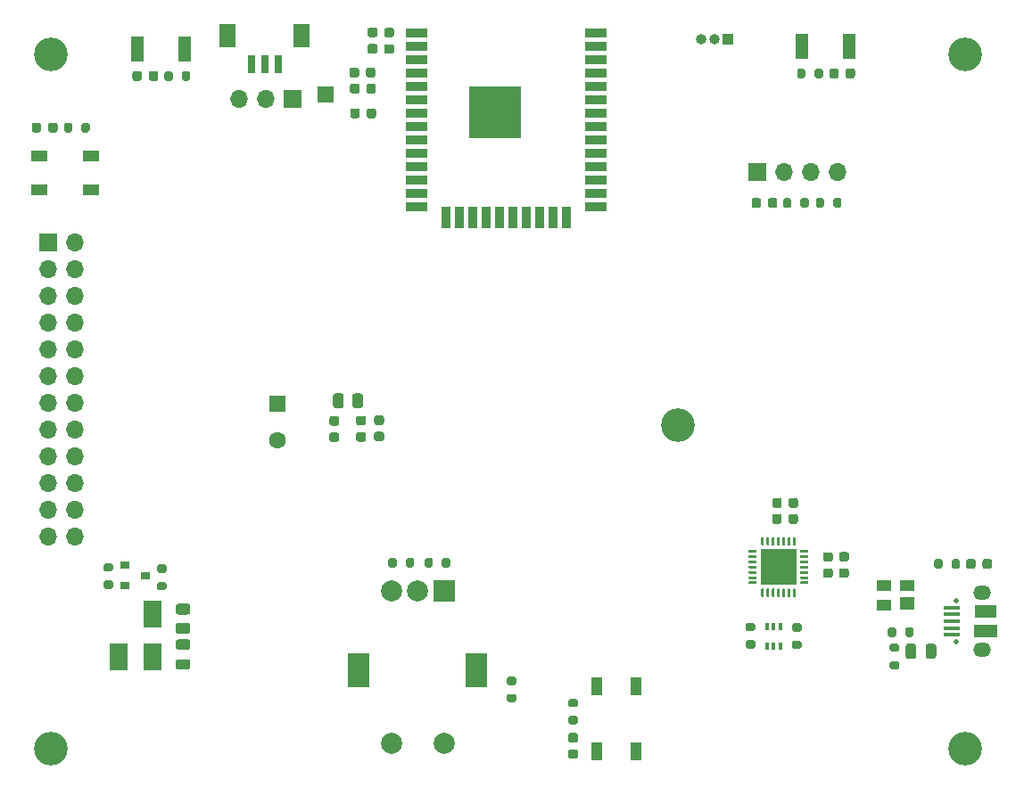
<source format=gts>
G04 #@! TF.GenerationSoftware,KiCad,Pcbnew,(5.1.12)-1*
G04 #@! TF.CreationDate,2022-05-09T15:03:32+08:00*
G04 #@! TF.ProjectId,Printhead-Controller,5072696e-7468-4656-9164-2d436f6e7472,0.5*
G04 #@! TF.SameCoordinates,Original*
G04 #@! TF.FileFunction,Soldermask,Top*
G04 #@! TF.FilePolarity,Negative*
%FSLAX46Y46*%
G04 Gerber Fmt 4.6, Leading zero omitted, Abs format (unit mm)*
G04 Created by KiCad (PCBNEW (5.1.12)-1) date 2022-05-09 15:03:32*
%MOMM*%
%LPD*%
G01*
G04 APERTURE LIST*
%ADD10O,1.700000X1.700000*%
%ADD11R,1.700000X1.700000*%
%ADD12R,1.500000X1.500000*%
%ADD13R,0.700000X1.800000*%
%ADD14R,1.600000X2.200000*%
%ADD15C,3.200000*%
%ADD16C,1.600000*%
%ADD17R,1.600000X1.600000*%
%ADD18R,1.100000X1.800000*%
%ADD19R,0.400000X0.650000*%
%ADD20R,3.350000X3.350000*%
%ADD21R,2.000000X0.900000*%
%ADD22R,0.900000X2.000000*%
%ADD23R,5.000000X5.000000*%
%ADD24R,1.300000X2.400000*%
%ADD25R,2.000000X2.000000*%
%ADD26C,2.000000*%
%ADD27R,2.000000X3.200000*%
%ADD28R,0.900000X0.800000*%
%ADD29C,0.470000*%
%ADD30R,2.100000X1.200000*%
%ADD31R,2.200000X1.200000*%
%ADD32O,1.700000X1.350000*%
%ADD33R,1.650000X0.400000*%
%ADD34O,1.000000X1.000000*%
%ADD35R,1.000000X1.000000*%
%ADD36R,1.400000X1.000000*%
%ADD37R,1.400000X1.200000*%
%ADD38R,1.500000X1.000000*%
%ADD39R,1.800000X2.500000*%
G04 APERTURE END LIST*
D10*
X108280200Y-103466900D03*
X105740200Y-103466900D03*
X108280200Y-100926900D03*
X105740200Y-100926900D03*
X108280200Y-98386900D03*
X105740200Y-98386900D03*
X108280200Y-95846900D03*
X105740200Y-95846900D03*
X108280200Y-93306900D03*
X105740200Y-93306900D03*
X108280200Y-90766900D03*
X105740200Y-90766900D03*
X108280200Y-88226900D03*
X105740200Y-88226900D03*
X108280200Y-85686900D03*
X105740200Y-85686900D03*
X108280200Y-83146900D03*
X105740200Y-83146900D03*
X108280200Y-80606900D03*
X105740200Y-80606900D03*
X108280200Y-78066900D03*
X105740200Y-78066900D03*
X108280200Y-75526900D03*
D11*
X105740200Y-75526900D03*
D12*
X132092700Y-61531500D03*
G36*
G01*
X172127500Y-113366100D02*
X172677500Y-113366100D01*
G75*
G02*
X172877500Y-113566100I0J-200000D01*
G01*
X172877500Y-113966100D01*
G75*
G02*
X172677500Y-114166100I-200000J0D01*
G01*
X172127500Y-114166100D01*
G75*
G02*
X171927500Y-113966100I0J200000D01*
G01*
X171927500Y-113566100D01*
G75*
G02*
X172127500Y-113366100I200000J0D01*
G01*
G37*
G36*
G01*
X172127500Y-111716100D02*
X172677500Y-111716100D01*
G75*
G02*
X172877500Y-111916100I0J-200000D01*
G01*
X172877500Y-112316100D01*
G75*
G02*
X172677500Y-112516100I-200000J0D01*
G01*
X172127500Y-112516100D01*
G75*
G02*
X171927500Y-112316100I0J200000D01*
G01*
X171927500Y-111916100D01*
G75*
G02*
X172127500Y-111716100I200000J0D01*
G01*
G37*
G36*
G01*
X177084400Y-112554200D02*
X176534400Y-112554200D01*
G75*
G02*
X176334400Y-112354200I0J200000D01*
G01*
X176334400Y-111954200D01*
G75*
G02*
X176534400Y-111754200I200000J0D01*
G01*
X177084400Y-111754200D01*
G75*
G02*
X177284400Y-111954200I0J-200000D01*
G01*
X177284400Y-112354200D01*
G75*
G02*
X177084400Y-112554200I-200000J0D01*
G01*
G37*
G36*
G01*
X177084400Y-114204200D02*
X176534400Y-114204200D01*
G75*
G02*
X176334400Y-114004200I0J200000D01*
G01*
X176334400Y-113604200D01*
G75*
G02*
X176534400Y-113404200I200000J0D01*
G01*
X177084400Y-113404200D01*
G75*
G02*
X177284400Y-113604200I0J-200000D01*
G01*
X177284400Y-114004200D01*
G75*
G02*
X177084400Y-114204200I-200000J0D01*
G01*
G37*
G36*
G01*
X187102300Y-112873200D02*
X187102300Y-112323200D01*
G75*
G02*
X187302300Y-112123200I200000J0D01*
G01*
X187702300Y-112123200D01*
G75*
G02*
X187902300Y-112323200I0J-200000D01*
G01*
X187902300Y-112873200D01*
G75*
G02*
X187702300Y-113073200I-200000J0D01*
G01*
X187302300Y-113073200D01*
G75*
G02*
X187102300Y-112873200I0J200000D01*
G01*
G37*
G36*
G01*
X185452300Y-112873200D02*
X185452300Y-112323200D01*
G75*
G02*
X185652300Y-112123200I200000J0D01*
G01*
X186052300Y-112123200D01*
G75*
G02*
X186252300Y-112323200I0J-200000D01*
G01*
X186252300Y-112873200D01*
G75*
G02*
X186052300Y-113073200I-200000J0D01*
G01*
X185652300Y-113073200D01*
G75*
G02*
X185452300Y-112873200I0J200000D01*
G01*
G37*
G36*
G01*
X185805400Y-115321900D02*
X186355400Y-115321900D01*
G75*
G02*
X186555400Y-115521900I0J-200000D01*
G01*
X186555400Y-115921900D01*
G75*
G02*
X186355400Y-116121900I-200000J0D01*
G01*
X185805400Y-116121900D01*
G75*
G02*
X185605400Y-115921900I0J200000D01*
G01*
X185605400Y-115521900D01*
G75*
G02*
X185805400Y-115321900I200000J0D01*
G01*
G37*
G36*
G01*
X185805400Y-113671900D02*
X186355400Y-113671900D01*
G75*
G02*
X186555400Y-113871900I0J-200000D01*
G01*
X186555400Y-114271900D01*
G75*
G02*
X186355400Y-114471900I-200000J0D01*
G01*
X185805400Y-114471900D01*
G75*
G02*
X185605400Y-114271900I0J200000D01*
G01*
X185605400Y-113871900D01*
G75*
G02*
X185805400Y-113671900I200000J0D01*
G01*
G37*
D10*
X123837700Y-61899800D03*
X126377700Y-61899800D03*
D11*
X128917700Y-61899800D03*
D13*
X125059000Y-58643500D03*
X126309000Y-58643500D03*
X127559000Y-58643500D03*
D14*
X129809000Y-55943500D03*
X122809000Y-55943500D03*
D15*
X165544500Y-92913200D03*
G36*
G01*
X173411000Y-71568500D02*
X173411000Y-72068500D01*
G75*
G02*
X173186000Y-72293500I-225000J0D01*
G01*
X172736000Y-72293500D01*
G75*
G02*
X172511000Y-72068500I0J225000D01*
G01*
X172511000Y-71568500D01*
G75*
G02*
X172736000Y-71343500I225000J0D01*
G01*
X173186000Y-71343500D01*
G75*
G02*
X173411000Y-71568500I0J-225000D01*
G01*
G37*
G36*
G01*
X174961000Y-71568500D02*
X174961000Y-72068500D01*
G75*
G02*
X174736000Y-72293500I-225000J0D01*
G01*
X174286000Y-72293500D01*
G75*
G02*
X174061000Y-72068500I0J225000D01*
G01*
X174061000Y-71568500D01*
G75*
G02*
X174286000Y-71343500I225000J0D01*
G01*
X174736000Y-71343500D01*
G75*
G02*
X174961000Y-71568500I0J-225000D01*
G01*
G37*
G36*
G01*
X134615500Y-91064502D02*
X134615500Y-90164498D01*
G75*
G02*
X134865498Y-89914500I249998J0D01*
G01*
X135390502Y-89914500D01*
G75*
G02*
X135640500Y-90164498I0J-249998D01*
G01*
X135640500Y-91064502D01*
G75*
G02*
X135390502Y-91314500I-249998J0D01*
G01*
X134865498Y-91314500D01*
G75*
G02*
X134615500Y-91064502I0J249998D01*
G01*
G37*
G36*
G01*
X132790500Y-91064502D02*
X132790500Y-90164498D01*
G75*
G02*
X133040498Y-89914500I249998J0D01*
G01*
X133565502Y-89914500D01*
G75*
G02*
X133815500Y-90164498I0J-249998D01*
G01*
X133815500Y-91064502D01*
G75*
G02*
X133565502Y-91314500I-249998J0D01*
G01*
X133040498Y-91314500D01*
G75*
G02*
X132790500Y-91064502I0J249998D01*
G01*
G37*
D16*
X127508000Y-94368500D03*
D17*
X127508000Y-90868500D03*
G36*
G01*
X133155500Y-92969500D02*
X132655500Y-92969500D01*
G75*
G02*
X132430500Y-92744500I0J225000D01*
G01*
X132430500Y-92294500D01*
G75*
G02*
X132655500Y-92069500I225000J0D01*
G01*
X133155500Y-92069500D01*
G75*
G02*
X133380500Y-92294500I0J-225000D01*
G01*
X133380500Y-92744500D01*
G75*
G02*
X133155500Y-92969500I-225000J0D01*
G01*
G37*
G36*
G01*
X133155500Y-94519500D02*
X132655500Y-94519500D01*
G75*
G02*
X132430500Y-94294500I0J225000D01*
G01*
X132430500Y-93844500D01*
G75*
G02*
X132655500Y-93619500I225000J0D01*
G01*
X133155500Y-93619500D01*
G75*
G02*
X133380500Y-93844500I0J-225000D01*
G01*
X133380500Y-94294500D01*
G75*
G02*
X133155500Y-94519500I-225000J0D01*
G01*
G37*
G36*
G01*
X135195500Y-93593500D02*
X135695500Y-93593500D01*
G75*
G02*
X135920500Y-93818500I0J-225000D01*
G01*
X135920500Y-94268500D01*
G75*
G02*
X135695500Y-94493500I-225000J0D01*
G01*
X135195500Y-94493500D01*
G75*
G02*
X134970500Y-94268500I0J225000D01*
G01*
X134970500Y-93818500D01*
G75*
G02*
X135195500Y-93593500I225000J0D01*
G01*
G37*
G36*
G01*
X135195500Y-92043500D02*
X135695500Y-92043500D01*
G75*
G02*
X135920500Y-92268500I0J-225000D01*
G01*
X135920500Y-92718500D01*
G75*
G02*
X135695500Y-92943500I-225000J0D01*
G01*
X135195500Y-92943500D01*
G75*
G02*
X134970500Y-92718500I0J225000D01*
G01*
X134970500Y-92268500D01*
G75*
G02*
X135195500Y-92043500I225000J0D01*
G01*
G37*
G36*
G01*
X137410000Y-92906000D02*
X136910000Y-92906000D01*
G75*
G02*
X136685000Y-92681000I0J225000D01*
G01*
X136685000Y-92231000D01*
G75*
G02*
X136910000Y-92006000I225000J0D01*
G01*
X137410000Y-92006000D01*
G75*
G02*
X137635000Y-92231000I0J-225000D01*
G01*
X137635000Y-92681000D01*
G75*
G02*
X137410000Y-92906000I-225000J0D01*
G01*
G37*
G36*
G01*
X137410000Y-94456000D02*
X136910000Y-94456000D01*
G75*
G02*
X136685000Y-94231000I0J225000D01*
G01*
X136685000Y-93781000D01*
G75*
G02*
X136910000Y-93556000I225000J0D01*
G01*
X137410000Y-93556000D01*
G75*
G02*
X137635000Y-93781000I0J-225000D01*
G01*
X137635000Y-94231000D01*
G75*
G02*
X137410000Y-94456000I-225000J0D01*
G01*
G37*
D18*
X161513499Y-117726000D03*
X161513499Y-123926000D03*
X157813499Y-117726000D03*
X157813499Y-123926000D03*
G36*
G01*
X155300000Y-120567500D02*
X155850000Y-120567500D01*
G75*
G02*
X156050000Y-120767500I0J-200000D01*
G01*
X156050000Y-121167500D01*
G75*
G02*
X155850000Y-121367500I-200000J0D01*
G01*
X155300000Y-121367500D01*
G75*
G02*
X155100000Y-121167500I0J200000D01*
G01*
X155100000Y-120767500D01*
G75*
G02*
X155300000Y-120567500I200000J0D01*
G01*
G37*
G36*
G01*
X155300000Y-118917500D02*
X155850000Y-118917500D01*
G75*
G02*
X156050000Y-119117500I0J-200000D01*
G01*
X156050000Y-119517500D01*
G75*
G02*
X155850000Y-119717500I-200000J0D01*
G01*
X155300000Y-119717500D01*
G75*
G02*
X155100000Y-119517500I0J200000D01*
G01*
X155100000Y-119117500D01*
G75*
G02*
X155300000Y-118917500I200000J0D01*
G01*
G37*
G36*
G01*
X155825000Y-123068500D02*
X155325000Y-123068500D01*
G75*
G02*
X155100000Y-122843500I0J225000D01*
G01*
X155100000Y-122393500D01*
G75*
G02*
X155325000Y-122168500I225000J0D01*
G01*
X155825000Y-122168500D01*
G75*
G02*
X156050000Y-122393500I0J-225000D01*
G01*
X156050000Y-122843500D01*
G75*
G02*
X155825000Y-123068500I-225000J0D01*
G01*
G37*
G36*
G01*
X155825000Y-124618500D02*
X155325000Y-124618500D01*
G75*
G02*
X155100000Y-124393500I0J225000D01*
G01*
X155100000Y-123943500D01*
G75*
G02*
X155325000Y-123718500I225000J0D01*
G01*
X155825000Y-123718500D01*
G75*
G02*
X156050000Y-123943500I0J-225000D01*
G01*
X156050000Y-124393500D01*
G75*
G02*
X155825000Y-124618500I-225000J0D01*
G01*
G37*
G36*
G01*
X180257500Y-72093500D02*
X180257500Y-71543500D01*
G75*
G02*
X180457500Y-71343500I200000J0D01*
G01*
X180857500Y-71343500D01*
G75*
G02*
X181057500Y-71543500I0J-200000D01*
G01*
X181057500Y-72093500D01*
G75*
G02*
X180857500Y-72293500I-200000J0D01*
G01*
X180457500Y-72293500D01*
G75*
G02*
X180257500Y-72093500I0J200000D01*
G01*
G37*
G36*
G01*
X178607500Y-72093500D02*
X178607500Y-71543500D01*
G75*
G02*
X178807500Y-71343500I200000J0D01*
G01*
X179207500Y-71343500D01*
G75*
G02*
X179407500Y-71543500I0J-200000D01*
G01*
X179407500Y-72093500D01*
G75*
G02*
X179207500Y-72293500I-200000J0D01*
G01*
X178807500Y-72293500D01*
G75*
G02*
X178607500Y-72093500I0J200000D01*
G01*
G37*
G36*
G01*
X176296000Y-71543500D02*
X176296000Y-72093500D01*
G75*
G02*
X176096000Y-72293500I-200000J0D01*
G01*
X175696000Y-72293500D01*
G75*
G02*
X175496000Y-72093500I0J200000D01*
G01*
X175496000Y-71543500D01*
G75*
G02*
X175696000Y-71343500I200000J0D01*
G01*
X176096000Y-71343500D01*
G75*
G02*
X176296000Y-71543500I0J-200000D01*
G01*
G37*
G36*
G01*
X177946000Y-71543500D02*
X177946000Y-72093500D01*
G75*
G02*
X177746000Y-72293500I-200000J0D01*
G01*
X177346000Y-72293500D01*
G75*
G02*
X177146000Y-72093500I0J200000D01*
G01*
X177146000Y-71543500D01*
G75*
G02*
X177346000Y-71343500I200000J0D01*
G01*
X177746000Y-71343500D01*
G75*
G02*
X177946000Y-71543500I0J-200000D01*
G01*
G37*
G36*
G01*
X138370204Y-56094599D02*
X137870204Y-56094599D01*
G75*
G02*
X137645204Y-55869599I0J225000D01*
G01*
X137645204Y-55419599D01*
G75*
G02*
X137870204Y-55194599I225000J0D01*
G01*
X138370204Y-55194599D01*
G75*
G02*
X138595204Y-55419599I0J-225000D01*
G01*
X138595204Y-55869599D01*
G75*
G02*
X138370204Y-56094599I-225000J0D01*
G01*
G37*
G36*
G01*
X138370204Y-57644599D02*
X137870204Y-57644599D01*
G75*
G02*
X137645204Y-57419599I0J225000D01*
G01*
X137645204Y-56969599D01*
G75*
G02*
X137870204Y-56744599I225000J0D01*
G01*
X138370204Y-56744599D01*
G75*
G02*
X138595204Y-56969599I0J-225000D01*
G01*
X138595204Y-57419599D01*
G75*
G02*
X138370204Y-57644599I-225000J0D01*
G01*
G37*
G36*
G01*
X136282703Y-56718599D02*
X136782703Y-56718599D01*
G75*
G02*
X137007703Y-56943599I0J-225000D01*
G01*
X137007703Y-57393599D01*
G75*
G02*
X136782703Y-57618599I-225000J0D01*
G01*
X136282703Y-57618599D01*
G75*
G02*
X136057703Y-57393599I0J225000D01*
G01*
X136057703Y-56943599D01*
G75*
G02*
X136282703Y-56718599I225000J0D01*
G01*
G37*
G36*
G01*
X136282703Y-55168599D02*
X136782703Y-55168599D01*
G75*
G02*
X137007703Y-55393599I0J-225000D01*
G01*
X137007703Y-55843599D01*
G75*
G02*
X136782703Y-56068599I-225000J0D01*
G01*
X136282703Y-56068599D01*
G75*
G02*
X136057703Y-55843599I0J225000D01*
G01*
X136057703Y-55393599D01*
G75*
G02*
X136282703Y-55168599I225000J0D01*
G01*
G37*
D19*
X175256401Y-113924203D03*
X173956401Y-113924203D03*
X174606401Y-112024203D03*
X174606401Y-113924203D03*
X173956401Y-112024203D03*
X175256401Y-112024203D03*
D20*
X175061795Y-106407401D03*
G36*
G01*
X176686795Y-108519901D02*
X176686795Y-109194901D01*
G75*
G02*
X176624295Y-109257401I-62500J0D01*
G01*
X176499295Y-109257401D01*
G75*
G02*
X176436795Y-109194901I0J62500D01*
G01*
X176436795Y-108519901D01*
G75*
G02*
X176499295Y-108457401I62500J0D01*
G01*
X176624295Y-108457401D01*
G75*
G02*
X176686795Y-108519901I0J-62500D01*
G01*
G37*
G36*
G01*
X176186795Y-108519901D02*
X176186795Y-109194901D01*
G75*
G02*
X176124295Y-109257401I-62500J0D01*
G01*
X175999295Y-109257401D01*
G75*
G02*
X175936795Y-109194901I0J62500D01*
G01*
X175936795Y-108519901D01*
G75*
G02*
X175999295Y-108457401I62500J0D01*
G01*
X176124295Y-108457401D01*
G75*
G02*
X176186795Y-108519901I0J-62500D01*
G01*
G37*
G36*
G01*
X175686795Y-108519901D02*
X175686795Y-109194901D01*
G75*
G02*
X175624295Y-109257401I-62500J0D01*
G01*
X175499295Y-109257401D01*
G75*
G02*
X175436795Y-109194901I0J62500D01*
G01*
X175436795Y-108519901D01*
G75*
G02*
X175499295Y-108457401I62500J0D01*
G01*
X175624295Y-108457401D01*
G75*
G02*
X175686795Y-108519901I0J-62500D01*
G01*
G37*
G36*
G01*
X175186795Y-108519901D02*
X175186795Y-109194901D01*
G75*
G02*
X175124295Y-109257401I-62500J0D01*
G01*
X174999295Y-109257401D01*
G75*
G02*
X174936795Y-109194901I0J62500D01*
G01*
X174936795Y-108519901D01*
G75*
G02*
X174999295Y-108457401I62500J0D01*
G01*
X175124295Y-108457401D01*
G75*
G02*
X175186795Y-108519901I0J-62500D01*
G01*
G37*
G36*
G01*
X174686795Y-108519901D02*
X174686795Y-109194901D01*
G75*
G02*
X174624295Y-109257401I-62500J0D01*
G01*
X174499295Y-109257401D01*
G75*
G02*
X174436795Y-109194901I0J62500D01*
G01*
X174436795Y-108519901D01*
G75*
G02*
X174499295Y-108457401I62500J0D01*
G01*
X174624295Y-108457401D01*
G75*
G02*
X174686795Y-108519901I0J-62500D01*
G01*
G37*
G36*
G01*
X174186795Y-108519901D02*
X174186795Y-109194901D01*
G75*
G02*
X174124295Y-109257401I-62500J0D01*
G01*
X173999295Y-109257401D01*
G75*
G02*
X173936795Y-109194901I0J62500D01*
G01*
X173936795Y-108519901D01*
G75*
G02*
X173999295Y-108457401I62500J0D01*
G01*
X174124295Y-108457401D01*
G75*
G02*
X174186795Y-108519901I0J-62500D01*
G01*
G37*
G36*
G01*
X173686795Y-108519901D02*
X173686795Y-109194901D01*
G75*
G02*
X173624295Y-109257401I-62500J0D01*
G01*
X173499295Y-109257401D01*
G75*
G02*
X173436795Y-109194901I0J62500D01*
G01*
X173436795Y-108519901D01*
G75*
G02*
X173499295Y-108457401I62500J0D01*
G01*
X173624295Y-108457401D01*
G75*
G02*
X173686795Y-108519901I0J-62500D01*
G01*
G37*
G36*
G01*
X173011795Y-107844901D02*
X173011795Y-107969901D01*
G75*
G02*
X172949295Y-108032401I-62500J0D01*
G01*
X172274295Y-108032401D01*
G75*
G02*
X172211795Y-107969901I0J62500D01*
G01*
X172211795Y-107844901D01*
G75*
G02*
X172274295Y-107782401I62500J0D01*
G01*
X172949295Y-107782401D01*
G75*
G02*
X173011795Y-107844901I0J-62500D01*
G01*
G37*
G36*
G01*
X173011795Y-107344901D02*
X173011795Y-107469901D01*
G75*
G02*
X172949295Y-107532401I-62500J0D01*
G01*
X172274295Y-107532401D01*
G75*
G02*
X172211795Y-107469901I0J62500D01*
G01*
X172211795Y-107344901D01*
G75*
G02*
X172274295Y-107282401I62500J0D01*
G01*
X172949295Y-107282401D01*
G75*
G02*
X173011795Y-107344901I0J-62500D01*
G01*
G37*
G36*
G01*
X173011795Y-106844901D02*
X173011795Y-106969901D01*
G75*
G02*
X172949295Y-107032401I-62500J0D01*
G01*
X172274295Y-107032401D01*
G75*
G02*
X172211795Y-106969901I0J62500D01*
G01*
X172211795Y-106844901D01*
G75*
G02*
X172274295Y-106782401I62500J0D01*
G01*
X172949295Y-106782401D01*
G75*
G02*
X173011795Y-106844901I0J-62500D01*
G01*
G37*
G36*
G01*
X173011795Y-106344901D02*
X173011795Y-106469901D01*
G75*
G02*
X172949295Y-106532401I-62500J0D01*
G01*
X172274295Y-106532401D01*
G75*
G02*
X172211795Y-106469901I0J62500D01*
G01*
X172211795Y-106344901D01*
G75*
G02*
X172274295Y-106282401I62500J0D01*
G01*
X172949295Y-106282401D01*
G75*
G02*
X173011795Y-106344901I0J-62500D01*
G01*
G37*
G36*
G01*
X173011795Y-105844901D02*
X173011795Y-105969901D01*
G75*
G02*
X172949295Y-106032401I-62500J0D01*
G01*
X172274295Y-106032401D01*
G75*
G02*
X172211795Y-105969901I0J62500D01*
G01*
X172211795Y-105844901D01*
G75*
G02*
X172274295Y-105782401I62500J0D01*
G01*
X172949295Y-105782401D01*
G75*
G02*
X173011795Y-105844901I0J-62500D01*
G01*
G37*
G36*
G01*
X173011795Y-105344901D02*
X173011795Y-105469901D01*
G75*
G02*
X172949295Y-105532401I-62500J0D01*
G01*
X172274295Y-105532401D01*
G75*
G02*
X172211795Y-105469901I0J62500D01*
G01*
X172211795Y-105344901D01*
G75*
G02*
X172274295Y-105282401I62500J0D01*
G01*
X172949295Y-105282401D01*
G75*
G02*
X173011795Y-105344901I0J-62500D01*
G01*
G37*
G36*
G01*
X173011795Y-104844901D02*
X173011795Y-104969901D01*
G75*
G02*
X172949295Y-105032401I-62500J0D01*
G01*
X172274295Y-105032401D01*
G75*
G02*
X172211795Y-104969901I0J62500D01*
G01*
X172211795Y-104844901D01*
G75*
G02*
X172274295Y-104782401I62500J0D01*
G01*
X172949295Y-104782401D01*
G75*
G02*
X173011795Y-104844901I0J-62500D01*
G01*
G37*
G36*
G01*
X173686795Y-103619901D02*
X173686795Y-104294901D01*
G75*
G02*
X173624295Y-104357401I-62500J0D01*
G01*
X173499295Y-104357401D01*
G75*
G02*
X173436795Y-104294901I0J62500D01*
G01*
X173436795Y-103619901D01*
G75*
G02*
X173499295Y-103557401I62500J0D01*
G01*
X173624295Y-103557401D01*
G75*
G02*
X173686795Y-103619901I0J-62500D01*
G01*
G37*
G36*
G01*
X174186795Y-103619901D02*
X174186795Y-104294901D01*
G75*
G02*
X174124295Y-104357401I-62500J0D01*
G01*
X173999295Y-104357401D01*
G75*
G02*
X173936795Y-104294901I0J62500D01*
G01*
X173936795Y-103619901D01*
G75*
G02*
X173999295Y-103557401I62500J0D01*
G01*
X174124295Y-103557401D01*
G75*
G02*
X174186795Y-103619901I0J-62500D01*
G01*
G37*
G36*
G01*
X174686795Y-103619901D02*
X174686795Y-104294901D01*
G75*
G02*
X174624295Y-104357401I-62500J0D01*
G01*
X174499295Y-104357401D01*
G75*
G02*
X174436795Y-104294901I0J62500D01*
G01*
X174436795Y-103619901D01*
G75*
G02*
X174499295Y-103557401I62500J0D01*
G01*
X174624295Y-103557401D01*
G75*
G02*
X174686795Y-103619901I0J-62500D01*
G01*
G37*
G36*
G01*
X175186795Y-103619901D02*
X175186795Y-104294901D01*
G75*
G02*
X175124295Y-104357401I-62500J0D01*
G01*
X174999295Y-104357401D01*
G75*
G02*
X174936795Y-104294901I0J62500D01*
G01*
X174936795Y-103619901D01*
G75*
G02*
X174999295Y-103557401I62500J0D01*
G01*
X175124295Y-103557401D01*
G75*
G02*
X175186795Y-103619901I0J-62500D01*
G01*
G37*
G36*
G01*
X175686795Y-103619901D02*
X175686795Y-104294901D01*
G75*
G02*
X175624295Y-104357401I-62500J0D01*
G01*
X175499295Y-104357401D01*
G75*
G02*
X175436795Y-104294901I0J62500D01*
G01*
X175436795Y-103619901D01*
G75*
G02*
X175499295Y-103557401I62500J0D01*
G01*
X175624295Y-103557401D01*
G75*
G02*
X175686795Y-103619901I0J-62500D01*
G01*
G37*
G36*
G01*
X176186795Y-103619901D02*
X176186795Y-104294901D01*
G75*
G02*
X176124295Y-104357401I-62500J0D01*
G01*
X175999295Y-104357401D01*
G75*
G02*
X175936795Y-104294901I0J62500D01*
G01*
X175936795Y-103619901D01*
G75*
G02*
X175999295Y-103557401I62500J0D01*
G01*
X176124295Y-103557401D01*
G75*
G02*
X176186795Y-103619901I0J-62500D01*
G01*
G37*
G36*
G01*
X176686795Y-103619901D02*
X176686795Y-104294901D01*
G75*
G02*
X176624295Y-104357401I-62500J0D01*
G01*
X176499295Y-104357401D01*
G75*
G02*
X176436795Y-104294901I0J62500D01*
G01*
X176436795Y-103619901D01*
G75*
G02*
X176499295Y-103557401I62500J0D01*
G01*
X176624295Y-103557401D01*
G75*
G02*
X176686795Y-103619901I0J-62500D01*
G01*
G37*
G36*
G01*
X177911795Y-104844901D02*
X177911795Y-104969901D01*
G75*
G02*
X177849295Y-105032401I-62500J0D01*
G01*
X177174295Y-105032401D01*
G75*
G02*
X177111795Y-104969901I0J62500D01*
G01*
X177111795Y-104844901D01*
G75*
G02*
X177174295Y-104782401I62500J0D01*
G01*
X177849295Y-104782401D01*
G75*
G02*
X177911795Y-104844901I0J-62500D01*
G01*
G37*
G36*
G01*
X177911795Y-105344901D02*
X177911795Y-105469901D01*
G75*
G02*
X177849295Y-105532401I-62500J0D01*
G01*
X177174295Y-105532401D01*
G75*
G02*
X177111795Y-105469901I0J62500D01*
G01*
X177111795Y-105344901D01*
G75*
G02*
X177174295Y-105282401I62500J0D01*
G01*
X177849295Y-105282401D01*
G75*
G02*
X177911795Y-105344901I0J-62500D01*
G01*
G37*
G36*
G01*
X177911795Y-105844901D02*
X177911795Y-105969901D01*
G75*
G02*
X177849295Y-106032401I-62500J0D01*
G01*
X177174295Y-106032401D01*
G75*
G02*
X177111795Y-105969901I0J62500D01*
G01*
X177111795Y-105844901D01*
G75*
G02*
X177174295Y-105782401I62500J0D01*
G01*
X177849295Y-105782401D01*
G75*
G02*
X177911795Y-105844901I0J-62500D01*
G01*
G37*
G36*
G01*
X177911795Y-106344901D02*
X177911795Y-106469901D01*
G75*
G02*
X177849295Y-106532401I-62500J0D01*
G01*
X177174295Y-106532401D01*
G75*
G02*
X177111795Y-106469901I0J62500D01*
G01*
X177111795Y-106344901D01*
G75*
G02*
X177174295Y-106282401I62500J0D01*
G01*
X177849295Y-106282401D01*
G75*
G02*
X177911795Y-106344901I0J-62500D01*
G01*
G37*
G36*
G01*
X177911795Y-106844901D02*
X177911795Y-106969901D01*
G75*
G02*
X177849295Y-107032401I-62500J0D01*
G01*
X177174295Y-107032401D01*
G75*
G02*
X177111795Y-106969901I0J62500D01*
G01*
X177111795Y-106844901D01*
G75*
G02*
X177174295Y-106782401I62500J0D01*
G01*
X177849295Y-106782401D01*
G75*
G02*
X177911795Y-106844901I0J-62500D01*
G01*
G37*
G36*
G01*
X177911795Y-107344901D02*
X177911795Y-107469901D01*
G75*
G02*
X177849295Y-107532401I-62500J0D01*
G01*
X177174295Y-107532401D01*
G75*
G02*
X177111795Y-107469901I0J62500D01*
G01*
X177111795Y-107344901D01*
G75*
G02*
X177174295Y-107282401I62500J0D01*
G01*
X177849295Y-107282401D01*
G75*
G02*
X177911795Y-107344901I0J-62500D01*
G01*
G37*
G36*
G01*
X177911795Y-107844901D02*
X177911795Y-107969901D01*
G75*
G02*
X177849295Y-108032401I-62500J0D01*
G01*
X177174295Y-108032401D01*
G75*
G02*
X177111795Y-107969901I0J62500D01*
G01*
X177111795Y-107844901D01*
G75*
G02*
X177174295Y-107782401I62500J0D01*
G01*
X177849295Y-107782401D01*
G75*
G02*
X177911795Y-107844901I0J-62500D01*
G01*
G37*
D21*
X157709000Y-55682500D03*
X157709000Y-56952500D03*
X157709000Y-58222500D03*
X157709000Y-59492500D03*
X157709000Y-60762500D03*
X157709000Y-62032500D03*
X157709000Y-63302500D03*
X157709000Y-64572500D03*
X157709000Y-65842500D03*
X157709000Y-67112500D03*
X157709000Y-68382500D03*
X157709000Y-69652500D03*
X157709000Y-70922500D03*
X157709000Y-72192500D03*
D22*
X154924000Y-73192500D03*
X153654000Y-73192500D03*
X152384000Y-73192500D03*
X151114000Y-73192500D03*
X149844000Y-73192500D03*
X148574000Y-73192500D03*
X147304000Y-73192500D03*
X146034000Y-73192500D03*
X144764000Y-73192500D03*
X143494000Y-73192500D03*
D21*
X140709000Y-72192500D03*
X140709000Y-70922500D03*
X140709000Y-69652500D03*
X140709000Y-68382500D03*
X140709000Y-67112500D03*
X140709000Y-65842500D03*
X140709000Y-64572500D03*
X140709000Y-63302500D03*
X140709000Y-62032500D03*
X140709000Y-60762500D03*
X140709000Y-59492500D03*
X140709000Y-58222500D03*
X140709000Y-56952500D03*
X140709000Y-55682500D03*
D23*
X148209000Y-63182500D03*
D24*
X114241684Y-57162644D03*
X118741684Y-57162644D03*
X181808204Y-56978099D03*
X177308204Y-56978099D03*
D25*
X143327204Y-108667099D03*
D26*
X140827204Y-108667099D03*
X138327204Y-108667099D03*
D27*
X146427204Y-116167099D03*
X135227204Y-116167099D03*
D26*
X143327204Y-123167099D03*
X138327204Y-123167099D03*
G36*
G01*
X190647000Y-105833500D02*
X190647000Y-106383500D01*
G75*
G02*
X190447000Y-106583500I-200000J0D01*
G01*
X190047000Y-106583500D01*
G75*
G02*
X189847000Y-106383500I0J200000D01*
G01*
X189847000Y-105833500D01*
G75*
G02*
X190047000Y-105633500I200000J0D01*
G01*
X190447000Y-105633500D01*
G75*
G02*
X190647000Y-105833500I0J-200000D01*
G01*
G37*
G36*
G01*
X192297000Y-105833500D02*
X192297000Y-106383500D01*
G75*
G02*
X192097000Y-106583500I-200000J0D01*
G01*
X191697000Y-106583500D01*
G75*
G02*
X191497000Y-106383500I0J200000D01*
G01*
X191497000Y-105833500D01*
G75*
G02*
X191697000Y-105633500I200000J0D01*
G01*
X192097000Y-105633500D01*
G75*
G02*
X192297000Y-105833500I0J-200000D01*
G01*
G37*
G36*
G01*
X111175205Y-107695598D02*
X111725205Y-107695598D01*
G75*
G02*
X111925205Y-107895598I0J-200000D01*
G01*
X111925205Y-108295598D01*
G75*
G02*
X111725205Y-108495598I-200000J0D01*
G01*
X111175205Y-108495598D01*
G75*
G02*
X110975205Y-108295598I0J200000D01*
G01*
X110975205Y-107895598D01*
G75*
G02*
X111175205Y-107695598I200000J0D01*
G01*
G37*
G36*
G01*
X111175205Y-106045598D02*
X111725205Y-106045598D01*
G75*
G02*
X111925205Y-106245598I0J-200000D01*
G01*
X111925205Y-106645598D01*
G75*
G02*
X111725205Y-106845598I-200000J0D01*
G01*
X111175205Y-106845598D01*
G75*
G02*
X110975205Y-106645598I0J200000D01*
G01*
X110975205Y-106245598D01*
G75*
G02*
X111175205Y-106045598I200000J0D01*
G01*
G37*
G36*
G01*
X116805205Y-106971598D02*
X116255205Y-106971598D01*
G75*
G02*
X116055205Y-106771598I0J200000D01*
G01*
X116055205Y-106371598D01*
G75*
G02*
X116255205Y-106171598I200000J0D01*
G01*
X116805205Y-106171598D01*
G75*
G02*
X117005205Y-106371598I0J-200000D01*
G01*
X117005205Y-106771598D01*
G75*
G02*
X116805205Y-106971598I-200000J0D01*
G01*
G37*
G36*
G01*
X116805205Y-108621598D02*
X116255205Y-108621598D01*
G75*
G02*
X116055205Y-108421598I0J200000D01*
G01*
X116055205Y-108021598D01*
G75*
G02*
X116255205Y-107821598I200000J0D01*
G01*
X116805205Y-107821598D01*
G75*
G02*
X117005205Y-108021598I0J-200000D01*
G01*
X117005205Y-108421598D01*
G75*
G02*
X116805205Y-108621598I-200000J0D01*
G01*
G37*
G36*
G01*
X118991802Y-110917400D02*
X118091798Y-110917400D01*
G75*
G02*
X117841800Y-110667402I0J249998D01*
G01*
X117841800Y-110142398D01*
G75*
G02*
X118091798Y-109892400I249998J0D01*
G01*
X118991802Y-109892400D01*
G75*
G02*
X119241800Y-110142398I0J-249998D01*
G01*
X119241800Y-110667402D01*
G75*
G02*
X118991802Y-110917400I-249998J0D01*
G01*
G37*
G36*
G01*
X118991802Y-112742400D02*
X118091798Y-112742400D01*
G75*
G02*
X117841800Y-112492402I0J249998D01*
G01*
X117841800Y-111967398D01*
G75*
G02*
X118091798Y-111717400I249998J0D01*
G01*
X118991802Y-111717400D01*
G75*
G02*
X119241800Y-111967398I0J-249998D01*
G01*
X119241800Y-112492402D01*
G75*
G02*
X118991802Y-112742400I-249998J0D01*
G01*
G37*
G36*
G01*
X117590685Y-59481144D02*
X117590685Y-60031144D01*
G75*
G02*
X117390685Y-60231144I-200000J0D01*
G01*
X116990685Y-60231144D01*
G75*
G02*
X116790685Y-60031144I0J200000D01*
G01*
X116790685Y-59481144D01*
G75*
G02*
X116990685Y-59281144I200000J0D01*
G01*
X117390685Y-59281144D01*
G75*
G02*
X117590685Y-59481144I0J-200000D01*
G01*
G37*
G36*
G01*
X119240685Y-59481144D02*
X119240685Y-60031144D01*
G75*
G02*
X119040685Y-60231144I-200000J0D01*
G01*
X118640685Y-60231144D01*
G75*
G02*
X118440685Y-60031144I0J200000D01*
G01*
X118440685Y-59481144D01*
G75*
G02*
X118640685Y-59281144I200000J0D01*
G01*
X119040685Y-59281144D01*
G75*
G02*
X119240685Y-59481144I0J-200000D01*
G01*
G37*
G36*
G01*
X108041204Y-64386599D02*
X108041204Y-64936599D01*
G75*
G02*
X107841204Y-65136599I-200000J0D01*
G01*
X107441204Y-65136599D01*
G75*
G02*
X107241204Y-64936599I0J200000D01*
G01*
X107241204Y-64386599D01*
G75*
G02*
X107441204Y-64186599I200000J0D01*
G01*
X107841204Y-64186599D01*
G75*
G02*
X108041204Y-64386599I0J-200000D01*
G01*
G37*
G36*
G01*
X109691204Y-64386599D02*
X109691204Y-64936599D01*
G75*
G02*
X109491204Y-65136599I-200000J0D01*
G01*
X109091204Y-65136599D01*
G75*
G02*
X108891204Y-64936599I0J200000D01*
G01*
X108891204Y-64386599D01*
G75*
G02*
X109091204Y-64186599I200000J0D01*
G01*
X109491204Y-64186599D01*
G75*
G02*
X109691204Y-64386599I0J-200000D01*
G01*
G37*
G36*
G01*
X178486703Y-59793099D02*
X178486703Y-59243099D01*
G75*
G02*
X178686703Y-59043099I200000J0D01*
G01*
X179086703Y-59043099D01*
G75*
G02*
X179286703Y-59243099I0J-200000D01*
G01*
X179286703Y-59793099D01*
G75*
G02*
X179086703Y-59993099I-200000J0D01*
G01*
X178686703Y-59993099D01*
G75*
G02*
X178486703Y-59793099I0J200000D01*
G01*
G37*
G36*
G01*
X176836703Y-59793099D02*
X176836703Y-59243099D01*
G75*
G02*
X177036703Y-59043099I200000J0D01*
G01*
X177436703Y-59043099D01*
G75*
G02*
X177636703Y-59243099I0J-200000D01*
G01*
X177636703Y-59793099D01*
G75*
G02*
X177436703Y-59993099I-200000J0D01*
G01*
X177036703Y-59993099D01*
G75*
G02*
X176836703Y-59793099I0J200000D01*
G01*
G37*
G36*
G01*
X149458000Y-118472000D02*
X150008000Y-118472000D01*
G75*
G02*
X150208000Y-118672000I0J-200000D01*
G01*
X150208000Y-119072000D01*
G75*
G02*
X150008000Y-119272000I-200000J0D01*
G01*
X149458000Y-119272000D01*
G75*
G02*
X149258000Y-119072000I0J200000D01*
G01*
X149258000Y-118672000D01*
G75*
G02*
X149458000Y-118472000I200000J0D01*
G01*
G37*
G36*
G01*
X149458000Y-116822000D02*
X150008000Y-116822000D01*
G75*
G02*
X150208000Y-117022000I0J-200000D01*
G01*
X150208000Y-117422000D01*
G75*
G02*
X150008000Y-117622000I-200000J0D01*
G01*
X149458000Y-117622000D01*
G75*
G02*
X149258000Y-117422000I0J200000D01*
G01*
X149258000Y-117022000D01*
G75*
G02*
X149458000Y-116822000I200000J0D01*
G01*
G37*
G36*
G01*
X143117205Y-106275099D02*
X143117205Y-105725099D01*
G75*
G02*
X143317205Y-105525099I200000J0D01*
G01*
X143717205Y-105525099D01*
G75*
G02*
X143917205Y-105725099I0J-200000D01*
G01*
X143917205Y-106275099D01*
G75*
G02*
X143717205Y-106475099I-200000J0D01*
G01*
X143317205Y-106475099D01*
G75*
G02*
X143117205Y-106275099I0J200000D01*
G01*
G37*
G36*
G01*
X141467205Y-106275099D02*
X141467205Y-105725099D01*
G75*
G02*
X141667205Y-105525099I200000J0D01*
G01*
X142067205Y-105525099D01*
G75*
G02*
X142267205Y-105725099I0J-200000D01*
G01*
X142267205Y-106275099D01*
G75*
G02*
X142067205Y-106475099I-200000J0D01*
G01*
X141667205Y-106475099D01*
G75*
G02*
X141467205Y-106275099I0J200000D01*
G01*
G37*
G36*
G01*
X138838204Y-105725099D02*
X138838204Y-106275099D01*
G75*
G02*
X138638204Y-106475099I-200000J0D01*
G01*
X138238204Y-106475099D01*
G75*
G02*
X138038204Y-106275099I0J200000D01*
G01*
X138038204Y-105725099D01*
G75*
G02*
X138238204Y-105525099I200000J0D01*
G01*
X138638204Y-105525099D01*
G75*
G02*
X138838204Y-105725099I0J-200000D01*
G01*
G37*
G36*
G01*
X140488204Y-105725099D02*
X140488204Y-106275099D01*
G75*
G02*
X140288204Y-106475099I-200000J0D01*
G01*
X139888204Y-106475099D01*
G75*
G02*
X139688204Y-106275099I0J200000D01*
G01*
X139688204Y-105725099D01*
G75*
G02*
X139888204Y-105525099I200000J0D01*
G01*
X140288204Y-105525099D01*
G75*
G02*
X140488204Y-105725099I0J-200000D01*
G01*
G37*
D28*
X114990204Y-107206599D03*
X112990204Y-108156599D03*
X112990204Y-106256599D03*
D29*
X191934295Y-109605401D03*
D30*
X194699295Y-110590401D03*
D31*
X194699295Y-112510401D03*
D32*
X194429295Y-108820401D03*
X194429295Y-114280401D03*
D29*
X191934295Y-113515401D03*
D33*
X191549295Y-110250401D03*
X191549295Y-110900401D03*
X191549295Y-111550401D03*
X191549295Y-112200401D03*
X191549295Y-112850401D03*
D10*
X180657500Y-68916099D03*
X178117500Y-68916099D03*
X175577500Y-68916099D03*
D11*
X173037500Y-68916099D03*
D34*
X167703500Y-56261000D03*
X168973500Y-56261000D03*
D35*
X170243500Y-56261000D03*
D15*
X192786000Y-57721500D03*
X105981500Y-57721500D03*
X105981500Y-123698000D03*
X192786000Y-123698000D03*
G36*
G01*
X189037296Y-114883400D02*
X189037296Y-113933400D01*
G75*
G02*
X189287296Y-113683400I250000J0D01*
G01*
X189787296Y-113683400D01*
G75*
G02*
X190037296Y-113933400I0J-250000D01*
G01*
X190037296Y-114883400D01*
G75*
G02*
X189787296Y-115133400I-250000J0D01*
G01*
X189287296Y-115133400D01*
G75*
G02*
X189037296Y-114883400I0J250000D01*
G01*
G37*
G36*
G01*
X187137296Y-114883400D02*
X187137296Y-113933400D01*
G75*
G02*
X187387296Y-113683400I250000J0D01*
G01*
X187887296Y-113683400D01*
G75*
G02*
X188137296Y-113933400I0J-250000D01*
G01*
X188137296Y-114883400D01*
G75*
G02*
X187887296Y-115133400I-250000J0D01*
G01*
X187387296Y-115133400D01*
G75*
G02*
X187137296Y-114883400I0J250000D01*
G01*
G37*
D36*
X185061500Y-110040500D03*
X185061500Y-108140500D03*
X187261500Y-108140500D03*
D37*
X187261500Y-109860500D03*
G36*
G01*
X118085550Y-115158699D02*
X118998050Y-115158699D01*
G75*
G02*
X119241800Y-115402449I0J-243750D01*
G01*
X119241800Y-115889949D01*
G75*
G02*
X118998050Y-116133699I-243750J0D01*
G01*
X118085550Y-116133699D01*
G75*
G02*
X117841800Y-115889949I0J243750D01*
G01*
X117841800Y-115402449D01*
G75*
G02*
X118085550Y-115158699I243750J0D01*
G01*
G37*
G36*
G01*
X118085550Y-113283699D02*
X118998050Y-113283699D01*
G75*
G02*
X119241800Y-113527449I0J-243750D01*
G01*
X119241800Y-114014949D01*
G75*
G02*
X118998050Y-114258699I-243750J0D01*
G01*
X118085550Y-114258699D01*
G75*
G02*
X117841800Y-114014949I0J243750D01*
G01*
X117841800Y-113527449D01*
G75*
G02*
X118085550Y-113283699I243750J0D01*
G01*
G37*
G36*
G01*
X105767704Y-64917849D02*
X105767704Y-64405349D01*
G75*
G02*
X105986454Y-64186599I218750J0D01*
G01*
X106423954Y-64186599D01*
G75*
G02*
X106642704Y-64405349I0J-218750D01*
G01*
X106642704Y-64917849D01*
G75*
G02*
X106423954Y-65136599I-218750J0D01*
G01*
X105986454Y-65136599D01*
G75*
G02*
X105767704Y-64917849I0J218750D01*
G01*
G37*
G36*
G01*
X104192704Y-64917849D02*
X104192704Y-64405349D01*
G75*
G02*
X104411454Y-64186599I218750J0D01*
G01*
X104848954Y-64186599D01*
G75*
G02*
X105067704Y-64405349I0J-218750D01*
G01*
X105067704Y-64917849D01*
G75*
G02*
X104848954Y-65136599I-218750J0D01*
G01*
X104411454Y-65136599D01*
G75*
G02*
X104192704Y-64917849I0J218750D01*
G01*
G37*
D38*
X104904200Y-67386600D03*
X104904200Y-70586600D03*
X109804200Y-67386600D03*
X109804200Y-70586600D03*
G36*
G01*
X193781500Y-105858500D02*
X193781500Y-106358500D01*
G75*
G02*
X193556500Y-106583500I-225000J0D01*
G01*
X193106500Y-106583500D01*
G75*
G02*
X192881500Y-106358500I0J225000D01*
G01*
X192881500Y-105858500D01*
G75*
G02*
X193106500Y-105633500I225000J0D01*
G01*
X193556500Y-105633500D01*
G75*
G02*
X193781500Y-105858500I0J-225000D01*
G01*
G37*
G36*
G01*
X195331500Y-105858500D02*
X195331500Y-106358500D01*
G75*
G02*
X195106500Y-106583500I-225000J0D01*
G01*
X194656500Y-106583500D01*
G75*
G02*
X194431500Y-106358500I0J225000D01*
G01*
X194431500Y-105858500D01*
G75*
G02*
X194656500Y-105633500I225000J0D01*
G01*
X195106500Y-105633500D01*
G75*
G02*
X195331500Y-105858500I0J-225000D01*
G01*
G37*
G36*
G01*
X176034797Y-100561401D02*
X176034797Y-100061401D01*
G75*
G02*
X176259797Y-99836401I225000J0D01*
G01*
X176709797Y-99836401D01*
G75*
G02*
X176934797Y-100061401I0J-225000D01*
G01*
X176934797Y-100561401D01*
G75*
G02*
X176709797Y-100786401I-225000J0D01*
G01*
X176259797Y-100786401D01*
G75*
G02*
X176034797Y-100561401I0J225000D01*
G01*
G37*
G36*
G01*
X174484797Y-100561401D02*
X174484797Y-100061401D01*
G75*
G02*
X174709797Y-99836401I225000J0D01*
G01*
X175159797Y-99836401D01*
G75*
G02*
X175384797Y-100061401I0J-225000D01*
G01*
X175384797Y-100561401D01*
G75*
G02*
X175159797Y-100786401I-225000J0D01*
G01*
X174709797Y-100786401D01*
G75*
G02*
X174484797Y-100561401I0J225000D01*
G01*
G37*
G36*
G01*
X181034795Y-106528901D02*
X181534795Y-106528901D01*
G75*
G02*
X181759795Y-106753901I0J-225000D01*
G01*
X181759795Y-107203901D01*
G75*
G02*
X181534795Y-107428901I-225000J0D01*
G01*
X181034795Y-107428901D01*
G75*
G02*
X180809795Y-107203901I0J225000D01*
G01*
X180809795Y-106753901D01*
G75*
G02*
X181034795Y-106528901I225000J0D01*
G01*
G37*
G36*
G01*
X181034795Y-104978901D02*
X181534795Y-104978901D01*
G75*
G02*
X181759795Y-105203901I0J-225000D01*
G01*
X181759795Y-105653901D01*
G75*
G02*
X181534795Y-105878901I-225000J0D01*
G01*
X181034795Y-105878901D01*
G75*
G02*
X180809795Y-105653901I0J225000D01*
G01*
X180809795Y-105203901D01*
G75*
G02*
X181034795Y-104978901I225000J0D01*
G01*
G37*
G36*
G01*
X176021796Y-102085401D02*
X176021796Y-101585401D01*
G75*
G02*
X176246796Y-101360401I225000J0D01*
G01*
X176696796Y-101360401D01*
G75*
G02*
X176921796Y-101585401I0J-225000D01*
G01*
X176921796Y-102085401D01*
G75*
G02*
X176696796Y-102310401I-225000J0D01*
G01*
X176246796Y-102310401D01*
G75*
G02*
X176021796Y-102085401I0J225000D01*
G01*
G37*
G36*
G01*
X174471796Y-102085401D02*
X174471796Y-101585401D01*
G75*
G02*
X174696796Y-101360401I225000J0D01*
G01*
X175146796Y-101360401D01*
G75*
G02*
X175371796Y-101585401I0J-225000D01*
G01*
X175371796Y-102085401D01*
G75*
G02*
X175146796Y-102310401I-225000J0D01*
G01*
X174696796Y-102310401D01*
G75*
G02*
X174471796Y-102085401I0J225000D01*
G01*
G37*
G36*
G01*
X179510797Y-106541902D02*
X180010797Y-106541902D01*
G75*
G02*
X180235797Y-106766902I0J-225000D01*
G01*
X180235797Y-107216902D01*
G75*
G02*
X180010797Y-107441902I-225000J0D01*
G01*
X179510797Y-107441902D01*
G75*
G02*
X179285797Y-107216902I0J225000D01*
G01*
X179285797Y-106766902D01*
G75*
G02*
X179510797Y-106541902I225000J0D01*
G01*
G37*
G36*
G01*
X179510797Y-104991902D02*
X180010797Y-104991902D01*
G75*
G02*
X180235797Y-105216902I0J-225000D01*
G01*
X180235797Y-105666902D01*
G75*
G02*
X180010797Y-105891902I-225000J0D01*
G01*
X179510797Y-105891902D01*
G75*
G02*
X179285797Y-105666902I0J225000D01*
G01*
X179285797Y-105216902D01*
G75*
G02*
X179510797Y-104991902I225000J0D01*
G01*
G37*
G36*
G01*
X135324000Y-63059500D02*
X135324000Y-63559500D01*
G75*
G02*
X135099000Y-63784500I-225000J0D01*
G01*
X134649000Y-63784500D01*
G75*
G02*
X134424000Y-63559500I0J225000D01*
G01*
X134424000Y-63059500D01*
G75*
G02*
X134649000Y-62834500I225000J0D01*
G01*
X135099000Y-62834500D01*
G75*
G02*
X135324000Y-63059500I0J-225000D01*
G01*
G37*
G36*
G01*
X136874000Y-63059500D02*
X136874000Y-63559500D01*
G75*
G02*
X136649000Y-63784500I-225000J0D01*
G01*
X136199000Y-63784500D01*
G75*
G02*
X135974000Y-63559500I0J225000D01*
G01*
X135974000Y-63059500D01*
G75*
G02*
X136199000Y-62834500I225000J0D01*
G01*
X136649000Y-62834500D01*
G75*
G02*
X136874000Y-63059500I0J-225000D01*
G01*
G37*
G36*
G01*
X115292683Y-60006144D02*
X115292683Y-59506144D01*
G75*
G02*
X115517683Y-59281144I225000J0D01*
G01*
X115967683Y-59281144D01*
G75*
G02*
X116192683Y-59506144I0J-225000D01*
G01*
X116192683Y-60006144D01*
G75*
G02*
X115967683Y-60231144I-225000J0D01*
G01*
X115517683Y-60231144D01*
G75*
G02*
X115292683Y-60006144I0J225000D01*
G01*
G37*
G36*
G01*
X113742683Y-60006144D02*
X113742683Y-59506144D01*
G75*
G02*
X113967683Y-59281144I225000J0D01*
G01*
X114417683Y-59281144D01*
G75*
G02*
X114642683Y-59506144I0J-225000D01*
G01*
X114642683Y-60006144D01*
G75*
G02*
X114417683Y-60231144I-225000J0D01*
G01*
X113967683Y-60231144D01*
G75*
G02*
X113742683Y-60006144I0J225000D01*
G01*
G37*
G36*
G01*
X180784703Y-59268098D02*
X180784703Y-59768098D01*
G75*
G02*
X180559703Y-59993098I-225000J0D01*
G01*
X180109703Y-59993098D01*
G75*
G02*
X179884703Y-59768098I0J225000D01*
G01*
X179884703Y-59268098D01*
G75*
G02*
X180109703Y-59043098I225000J0D01*
G01*
X180559703Y-59043098D01*
G75*
G02*
X180784703Y-59268098I0J-225000D01*
G01*
G37*
G36*
G01*
X182334703Y-59268098D02*
X182334703Y-59768098D01*
G75*
G02*
X182109703Y-59993098I-225000J0D01*
G01*
X181659703Y-59993098D01*
G75*
G02*
X181434703Y-59768098I0J225000D01*
G01*
X181434703Y-59268098D01*
G75*
G02*
X181659703Y-59043098I225000J0D01*
G01*
X182109703Y-59043098D01*
G75*
G02*
X182334703Y-59268098I0J-225000D01*
G01*
G37*
G36*
G01*
X135260500Y-59186000D02*
X135260500Y-59686000D01*
G75*
G02*
X135035500Y-59911000I-225000J0D01*
G01*
X134585500Y-59911000D01*
G75*
G02*
X134360500Y-59686000I0J225000D01*
G01*
X134360500Y-59186000D01*
G75*
G02*
X134585500Y-58961000I225000J0D01*
G01*
X135035500Y-58961000D01*
G75*
G02*
X135260500Y-59186000I0J-225000D01*
G01*
G37*
G36*
G01*
X136810500Y-59186000D02*
X136810500Y-59686000D01*
G75*
G02*
X136585500Y-59911000I-225000J0D01*
G01*
X136135500Y-59911000D01*
G75*
G02*
X135910500Y-59686000I0J225000D01*
G01*
X135910500Y-59186000D01*
G75*
G02*
X136135500Y-58961000I225000J0D01*
G01*
X136585500Y-58961000D01*
G75*
G02*
X136810500Y-59186000I0J-225000D01*
G01*
G37*
G36*
G01*
X135948000Y-61210000D02*
X135948000Y-60710000D01*
G75*
G02*
X136173000Y-60485000I225000J0D01*
G01*
X136623000Y-60485000D01*
G75*
G02*
X136848000Y-60710000I0J-225000D01*
G01*
X136848000Y-61210000D01*
G75*
G02*
X136623000Y-61435000I-225000J0D01*
G01*
X136173000Y-61435000D01*
G75*
G02*
X135948000Y-61210000I0J225000D01*
G01*
G37*
G36*
G01*
X134398000Y-61210000D02*
X134398000Y-60710000D01*
G75*
G02*
X134623000Y-60485000I225000J0D01*
G01*
X135073000Y-60485000D01*
G75*
G02*
X135298000Y-60710000I0J-225000D01*
G01*
X135298000Y-61210000D01*
G75*
G02*
X135073000Y-61435000I-225000J0D01*
G01*
X134623000Y-61435000D01*
G75*
G02*
X134398000Y-61210000I0J225000D01*
G01*
G37*
D39*
X115697000Y-110871000D03*
X115697000Y-114961000D03*
X112427000Y-114961000D03*
M02*

</source>
